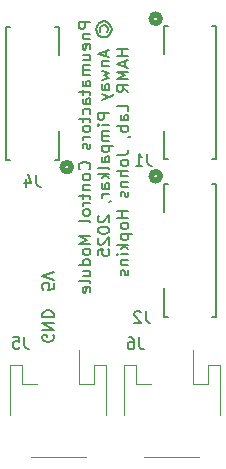
<source format=gbr>
%TF.GenerationSoftware,KiCad,Pcbnew,9.0.1*%
%TF.CreationDate,2025-05-22T11:03:56-04:00*%
%TF.ProjectId,Pneumatactors_1Xiao_PiezoPumps_2Valves,506e6575-6d61-4746-9163-746f72735f31,rev?*%
%TF.SameCoordinates,Original*%
%TF.FileFunction,Legend,Bot*%
%TF.FilePolarity,Positive*%
%FSLAX46Y46*%
G04 Gerber Fmt 4.6, Leading zero omitted, Abs format (unit mm)*
G04 Created by KiCad (PCBNEW 9.0.1) date 2025-05-22 11:03:56*
%MOMM*%
%LPD*%
G01*
G04 APERTURE LIST*
%ADD10C,0.150000*%
%ADD11C,0.200000*%
%ADD12C,0.508000*%
%ADD13C,0.152400*%
%ADD14C,0.120000*%
G04 APERTURE END LIST*
D10*
X44995180Y-61238430D02*
X44995180Y-61714620D01*
X44995180Y-61714620D02*
X44518990Y-61762239D01*
X44518990Y-61762239D02*
X44566609Y-61714620D01*
X44566609Y-61714620D02*
X44614228Y-61619382D01*
X44614228Y-61619382D02*
X44614228Y-61381287D01*
X44614228Y-61381287D02*
X44566609Y-61286049D01*
X44566609Y-61286049D02*
X44518990Y-61238430D01*
X44518990Y-61238430D02*
X44423752Y-61190811D01*
X44423752Y-61190811D02*
X44185657Y-61190811D01*
X44185657Y-61190811D02*
X44090419Y-61238430D01*
X44090419Y-61238430D02*
X44042800Y-61286049D01*
X44042800Y-61286049D02*
X43995180Y-61381287D01*
X43995180Y-61381287D02*
X43995180Y-61619382D01*
X43995180Y-61619382D02*
X44042800Y-61714620D01*
X44042800Y-61714620D02*
X44090419Y-61762239D01*
X44995180Y-60905096D02*
X43995180Y-60571763D01*
X43995180Y-60571763D02*
X44995180Y-60238430D01*
X44947561Y-65619858D02*
X44995180Y-65715096D01*
X44995180Y-65715096D02*
X44995180Y-65857953D01*
X44995180Y-65857953D02*
X44947561Y-66000810D01*
X44947561Y-66000810D02*
X44852323Y-66096048D01*
X44852323Y-66096048D02*
X44757085Y-66143667D01*
X44757085Y-66143667D02*
X44566609Y-66191286D01*
X44566609Y-66191286D02*
X44423752Y-66191286D01*
X44423752Y-66191286D02*
X44233276Y-66143667D01*
X44233276Y-66143667D02*
X44138038Y-66096048D01*
X44138038Y-66096048D02*
X44042800Y-66000810D01*
X44042800Y-66000810D02*
X43995180Y-65857953D01*
X43995180Y-65857953D02*
X43995180Y-65762715D01*
X43995180Y-65762715D02*
X44042800Y-65619858D01*
X44042800Y-65619858D02*
X44090419Y-65572239D01*
X44090419Y-65572239D02*
X44423752Y-65572239D01*
X44423752Y-65572239D02*
X44423752Y-65762715D01*
X43995180Y-65143667D02*
X44995180Y-65143667D01*
X44995180Y-65143667D02*
X43995180Y-64572239D01*
X43995180Y-64572239D02*
X44995180Y-64572239D01*
X43995180Y-64096048D02*
X44995180Y-64096048D01*
X44995180Y-64096048D02*
X44995180Y-63857953D01*
X44995180Y-63857953D02*
X44947561Y-63715096D01*
X44947561Y-63715096D02*
X44852323Y-63619858D01*
X44852323Y-63619858D02*
X44757085Y-63572239D01*
X44757085Y-63572239D02*
X44566609Y-63524620D01*
X44566609Y-63524620D02*
X44423752Y-63524620D01*
X44423752Y-63524620D02*
X44233276Y-63572239D01*
X44233276Y-63572239D02*
X44138038Y-63619858D01*
X44138038Y-63619858D02*
X44042800Y-63715096D01*
X44042800Y-63715096D02*
X43995180Y-63857953D01*
X43995180Y-63857953D02*
X43995180Y-64096048D01*
D11*
X48082331Y-39104673D02*
X47082331Y-39104673D01*
X47082331Y-39104673D02*
X47082331Y-39485625D01*
X47082331Y-39485625D02*
X47129950Y-39580863D01*
X47129950Y-39580863D02*
X47177569Y-39628482D01*
X47177569Y-39628482D02*
X47272807Y-39676101D01*
X47272807Y-39676101D02*
X47415664Y-39676101D01*
X47415664Y-39676101D02*
X47510902Y-39628482D01*
X47510902Y-39628482D02*
X47558521Y-39580863D01*
X47558521Y-39580863D02*
X47606140Y-39485625D01*
X47606140Y-39485625D02*
X47606140Y-39104673D01*
X47415664Y-40104673D02*
X48082331Y-40104673D01*
X47510902Y-40104673D02*
X47463283Y-40152292D01*
X47463283Y-40152292D02*
X47415664Y-40247530D01*
X47415664Y-40247530D02*
X47415664Y-40390387D01*
X47415664Y-40390387D02*
X47463283Y-40485625D01*
X47463283Y-40485625D02*
X47558521Y-40533244D01*
X47558521Y-40533244D02*
X48082331Y-40533244D01*
X48034712Y-41390387D02*
X48082331Y-41295149D01*
X48082331Y-41295149D02*
X48082331Y-41104673D01*
X48082331Y-41104673D02*
X48034712Y-41009435D01*
X48034712Y-41009435D02*
X47939473Y-40961816D01*
X47939473Y-40961816D02*
X47558521Y-40961816D01*
X47558521Y-40961816D02*
X47463283Y-41009435D01*
X47463283Y-41009435D02*
X47415664Y-41104673D01*
X47415664Y-41104673D02*
X47415664Y-41295149D01*
X47415664Y-41295149D02*
X47463283Y-41390387D01*
X47463283Y-41390387D02*
X47558521Y-41438006D01*
X47558521Y-41438006D02*
X47653759Y-41438006D01*
X47653759Y-41438006D02*
X47748997Y-40961816D01*
X47415664Y-42295149D02*
X48082331Y-42295149D01*
X47415664Y-41866578D02*
X47939473Y-41866578D01*
X47939473Y-41866578D02*
X48034712Y-41914197D01*
X48034712Y-41914197D02*
X48082331Y-42009435D01*
X48082331Y-42009435D02*
X48082331Y-42152292D01*
X48082331Y-42152292D02*
X48034712Y-42247530D01*
X48034712Y-42247530D02*
X47987092Y-42295149D01*
X48082331Y-42771340D02*
X47415664Y-42771340D01*
X47510902Y-42771340D02*
X47463283Y-42818959D01*
X47463283Y-42818959D02*
X47415664Y-42914197D01*
X47415664Y-42914197D02*
X47415664Y-43057054D01*
X47415664Y-43057054D02*
X47463283Y-43152292D01*
X47463283Y-43152292D02*
X47558521Y-43199911D01*
X47558521Y-43199911D02*
X48082331Y-43199911D01*
X47558521Y-43199911D02*
X47463283Y-43247530D01*
X47463283Y-43247530D02*
X47415664Y-43342768D01*
X47415664Y-43342768D02*
X47415664Y-43485625D01*
X47415664Y-43485625D02*
X47463283Y-43580864D01*
X47463283Y-43580864D02*
X47558521Y-43628483D01*
X47558521Y-43628483D02*
X48082331Y-43628483D01*
X48082331Y-44533244D02*
X47558521Y-44533244D01*
X47558521Y-44533244D02*
X47463283Y-44485625D01*
X47463283Y-44485625D02*
X47415664Y-44390387D01*
X47415664Y-44390387D02*
X47415664Y-44199911D01*
X47415664Y-44199911D02*
X47463283Y-44104673D01*
X48034712Y-44533244D02*
X48082331Y-44438006D01*
X48082331Y-44438006D02*
X48082331Y-44199911D01*
X48082331Y-44199911D02*
X48034712Y-44104673D01*
X48034712Y-44104673D02*
X47939473Y-44057054D01*
X47939473Y-44057054D02*
X47844235Y-44057054D01*
X47844235Y-44057054D02*
X47748997Y-44104673D01*
X47748997Y-44104673D02*
X47701378Y-44199911D01*
X47701378Y-44199911D02*
X47701378Y-44438006D01*
X47701378Y-44438006D02*
X47653759Y-44533244D01*
X47415664Y-44866578D02*
X47415664Y-45247530D01*
X47082331Y-45009435D02*
X47939473Y-45009435D01*
X47939473Y-45009435D02*
X48034712Y-45057054D01*
X48034712Y-45057054D02*
X48082331Y-45152292D01*
X48082331Y-45152292D02*
X48082331Y-45247530D01*
X48082331Y-46009435D02*
X47558521Y-46009435D01*
X47558521Y-46009435D02*
X47463283Y-45961816D01*
X47463283Y-45961816D02*
X47415664Y-45866578D01*
X47415664Y-45866578D02*
X47415664Y-45676102D01*
X47415664Y-45676102D02*
X47463283Y-45580864D01*
X48034712Y-46009435D02*
X48082331Y-45914197D01*
X48082331Y-45914197D02*
X48082331Y-45676102D01*
X48082331Y-45676102D02*
X48034712Y-45580864D01*
X48034712Y-45580864D02*
X47939473Y-45533245D01*
X47939473Y-45533245D02*
X47844235Y-45533245D01*
X47844235Y-45533245D02*
X47748997Y-45580864D01*
X47748997Y-45580864D02*
X47701378Y-45676102D01*
X47701378Y-45676102D02*
X47701378Y-45914197D01*
X47701378Y-45914197D02*
X47653759Y-46009435D01*
X48034712Y-46914197D02*
X48082331Y-46818959D01*
X48082331Y-46818959D02*
X48082331Y-46628483D01*
X48082331Y-46628483D02*
X48034712Y-46533245D01*
X48034712Y-46533245D02*
X47987092Y-46485626D01*
X47987092Y-46485626D02*
X47891854Y-46438007D01*
X47891854Y-46438007D02*
X47606140Y-46438007D01*
X47606140Y-46438007D02*
X47510902Y-46485626D01*
X47510902Y-46485626D02*
X47463283Y-46533245D01*
X47463283Y-46533245D02*
X47415664Y-46628483D01*
X47415664Y-46628483D02*
X47415664Y-46818959D01*
X47415664Y-46818959D02*
X47463283Y-46914197D01*
X47415664Y-47199912D02*
X47415664Y-47580864D01*
X47082331Y-47342769D02*
X47939473Y-47342769D01*
X47939473Y-47342769D02*
X48034712Y-47390388D01*
X48034712Y-47390388D02*
X48082331Y-47485626D01*
X48082331Y-47485626D02*
X48082331Y-47580864D01*
X48082331Y-48057055D02*
X48034712Y-47961817D01*
X48034712Y-47961817D02*
X47987092Y-47914198D01*
X47987092Y-47914198D02*
X47891854Y-47866579D01*
X47891854Y-47866579D02*
X47606140Y-47866579D01*
X47606140Y-47866579D02*
X47510902Y-47914198D01*
X47510902Y-47914198D02*
X47463283Y-47961817D01*
X47463283Y-47961817D02*
X47415664Y-48057055D01*
X47415664Y-48057055D02*
X47415664Y-48199912D01*
X47415664Y-48199912D02*
X47463283Y-48295150D01*
X47463283Y-48295150D02*
X47510902Y-48342769D01*
X47510902Y-48342769D02*
X47606140Y-48390388D01*
X47606140Y-48390388D02*
X47891854Y-48390388D01*
X47891854Y-48390388D02*
X47987092Y-48342769D01*
X47987092Y-48342769D02*
X48034712Y-48295150D01*
X48034712Y-48295150D02*
X48082331Y-48199912D01*
X48082331Y-48199912D02*
X48082331Y-48057055D01*
X48082331Y-48818960D02*
X47415664Y-48818960D01*
X47606140Y-48818960D02*
X47510902Y-48866579D01*
X47510902Y-48866579D02*
X47463283Y-48914198D01*
X47463283Y-48914198D02*
X47415664Y-49009436D01*
X47415664Y-49009436D02*
X47415664Y-49104674D01*
X48034712Y-49390389D02*
X48082331Y-49485627D01*
X48082331Y-49485627D02*
X48082331Y-49676103D01*
X48082331Y-49676103D02*
X48034712Y-49771341D01*
X48034712Y-49771341D02*
X47939473Y-49818960D01*
X47939473Y-49818960D02*
X47891854Y-49818960D01*
X47891854Y-49818960D02*
X47796616Y-49771341D01*
X47796616Y-49771341D02*
X47748997Y-49676103D01*
X47748997Y-49676103D02*
X47748997Y-49533246D01*
X47748997Y-49533246D02*
X47701378Y-49438008D01*
X47701378Y-49438008D02*
X47606140Y-49390389D01*
X47606140Y-49390389D02*
X47558521Y-49390389D01*
X47558521Y-49390389D02*
X47463283Y-49438008D01*
X47463283Y-49438008D02*
X47415664Y-49533246D01*
X47415664Y-49533246D02*
X47415664Y-49676103D01*
X47415664Y-49676103D02*
X47463283Y-49771341D01*
X47987092Y-51580865D02*
X48034712Y-51533246D01*
X48034712Y-51533246D02*
X48082331Y-51390389D01*
X48082331Y-51390389D02*
X48082331Y-51295151D01*
X48082331Y-51295151D02*
X48034712Y-51152294D01*
X48034712Y-51152294D02*
X47939473Y-51057056D01*
X47939473Y-51057056D02*
X47844235Y-51009437D01*
X47844235Y-51009437D02*
X47653759Y-50961818D01*
X47653759Y-50961818D02*
X47510902Y-50961818D01*
X47510902Y-50961818D02*
X47320426Y-51009437D01*
X47320426Y-51009437D02*
X47225188Y-51057056D01*
X47225188Y-51057056D02*
X47129950Y-51152294D01*
X47129950Y-51152294D02*
X47082331Y-51295151D01*
X47082331Y-51295151D02*
X47082331Y-51390389D01*
X47082331Y-51390389D02*
X47129950Y-51533246D01*
X47129950Y-51533246D02*
X47177569Y-51580865D01*
X48082331Y-52152294D02*
X48034712Y-52057056D01*
X48034712Y-52057056D02*
X47987092Y-52009437D01*
X47987092Y-52009437D02*
X47891854Y-51961818D01*
X47891854Y-51961818D02*
X47606140Y-51961818D01*
X47606140Y-51961818D02*
X47510902Y-52009437D01*
X47510902Y-52009437D02*
X47463283Y-52057056D01*
X47463283Y-52057056D02*
X47415664Y-52152294D01*
X47415664Y-52152294D02*
X47415664Y-52295151D01*
X47415664Y-52295151D02*
X47463283Y-52390389D01*
X47463283Y-52390389D02*
X47510902Y-52438008D01*
X47510902Y-52438008D02*
X47606140Y-52485627D01*
X47606140Y-52485627D02*
X47891854Y-52485627D01*
X47891854Y-52485627D02*
X47987092Y-52438008D01*
X47987092Y-52438008D02*
X48034712Y-52390389D01*
X48034712Y-52390389D02*
X48082331Y-52295151D01*
X48082331Y-52295151D02*
X48082331Y-52152294D01*
X47415664Y-52914199D02*
X48082331Y-52914199D01*
X47510902Y-52914199D02*
X47463283Y-52961818D01*
X47463283Y-52961818D02*
X47415664Y-53057056D01*
X47415664Y-53057056D02*
X47415664Y-53199913D01*
X47415664Y-53199913D02*
X47463283Y-53295151D01*
X47463283Y-53295151D02*
X47558521Y-53342770D01*
X47558521Y-53342770D02*
X48082331Y-53342770D01*
X47415664Y-53676104D02*
X47415664Y-54057056D01*
X47082331Y-53818961D02*
X47939473Y-53818961D01*
X47939473Y-53818961D02*
X48034712Y-53866580D01*
X48034712Y-53866580D02*
X48082331Y-53961818D01*
X48082331Y-53961818D02*
X48082331Y-54057056D01*
X48082331Y-54390390D02*
X47415664Y-54390390D01*
X47606140Y-54390390D02*
X47510902Y-54438009D01*
X47510902Y-54438009D02*
X47463283Y-54485628D01*
X47463283Y-54485628D02*
X47415664Y-54580866D01*
X47415664Y-54580866D02*
X47415664Y-54676104D01*
X48082331Y-55152295D02*
X48034712Y-55057057D01*
X48034712Y-55057057D02*
X47987092Y-55009438D01*
X47987092Y-55009438D02*
X47891854Y-54961819D01*
X47891854Y-54961819D02*
X47606140Y-54961819D01*
X47606140Y-54961819D02*
X47510902Y-55009438D01*
X47510902Y-55009438D02*
X47463283Y-55057057D01*
X47463283Y-55057057D02*
X47415664Y-55152295D01*
X47415664Y-55152295D02*
X47415664Y-55295152D01*
X47415664Y-55295152D02*
X47463283Y-55390390D01*
X47463283Y-55390390D02*
X47510902Y-55438009D01*
X47510902Y-55438009D02*
X47606140Y-55485628D01*
X47606140Y-55485628D02*
X47891854Y-55485628D01*
X47891854Y-55485628D02*
X47987092Y-55438009D01*
X47987092Y-55438009D02*
X48034712Y-55390390D01*
X48034712Y-55390390D02*
X48082331Y-55295152D01*
X48082331Y-55295152D02*
X48082331Y-55152295D01*
X48082331Y-56057057D02*
X48034712Y-55961819D01*
X48034712Y-55961819D02*
X47939473Y-55914200D01*
X47939473Y-55914200D02*
X47082331Y-55914200D01*
X48082331Y-57199915D02*
X47082331Y-57199915D01*
X47082331Y-57199915D02*
X47796616Y-57533248D01*
X47796616Y-57533248D02*
X47082331Y-57866581D01*
X47082331Y-57866581D02*
X48082331Y-57866581D01*
X48082331Y-58485629D02*
X48034712Y-58390391D01*
X48034712Y-58390391D02*
X47987092Y-58342772D01*
X47987092Y-58342772D02*
X47891854Y-58295153D01*
X47891854Y-58295153D02*
X47606140Y-58295153D01*
X47606140Y-58295153D02*
X47510902Y-58342772D01*
X47510902Y-58342772D02*
X47463283Y-58390391D01*
X47463283Y-58390391D02*
X47415664Y-58485629D01*
X47415664Y-58485629D02*
X47415664Y-58628486D01*
X47415664Y-58628486D02*
X47463283Y-58723724D01*
X47463283Y-58723724D02*
X47510902Y-58771343D01*
X47510902Y-58771343D02*
X47606140Y-58818962D01*
X47606140Y-58818962D02*
X47891854Y-58818962D01*
X47891854Y-58818962D02*
X47987092Y-58771343D01*
X47987092Y-58771343D02*
X48034712Y-58723724D01*
X48034712Y-58723724D02*
X48082331Y-58628486D01*
X48082331Y-58628486D02*
X48082331Y-58485629D01*
X48082331Y-59676105D02*
X47082331Y-59676105D01*
X48034712Y-59676105D02*
X48082331Y-59580867D01*
X48082331Y-59580867D02*
X48082331Y-59390391D01*
X48082331Y-59390391D02*
X48034712Y-59295153D01*
X48034712Y-59295153D02*
X47987092Y-59247534D01*
X47987092Y-59247534D02*
X47891854Y-59199915D01*
X47891854Y-59199915D02*
X47606140Y-59199915D01*
X47606140Y-59199915D02*
X47510902Y-59247534D01*
X47510902Y-59247534D02*
X47463283Y-59295153D01*
X47463283Y-59295153D02*
X47415664Y-59390391D01*
X47415664Y-59390391D02*
X47415664Y-59580867D01*
X47415664Y-59580867D02*
X47463283Y-59676105D01*
X47415664Y-60580867D02*
X48082331Y-60580867D01*
X47415664Y-60152296D02*
X47939473Y-60152296D01*
X47939473Y-60152296D02*
X48034712Y-60199915D01*
X48034712Y-60199915D02*
X48082331Y-60295153D01*
X48082331Y-60295153D02*
X48082331Y-60438010D01*
X48082331Y-60438010D02*
X48034712Y-60533248D01*
X48034712Y-60533248D02*
X47987092Y-60580867D01*
X48082331Y-61199915D02*
X48034712Y-61104677D01*
X48034712Y-61104677D02*
X47939473Y-61057058D01*
X47939473Y-61057058D02*
X47082331Y-61057058D01*
X48034712Y-61961820D02*
X48082331Y-61866582D01*
X48082331Y-61866582D02*
X48082331Y-61676106D01*
X48082331Y-61676106D02*
X48034712Y-61580868D01*
X48034712Y-61580868D02*
X47939473Y-61533249D01*
X47939473Y-61533249D02*
X47558521Y-61533249D01*
X47558521Y-61533249D02*
X47463283Y-61580868D01*
X47463283Y-61580868D02*
X47415664Y-61676106D01*
X47415664Y-61676106D02*
X47415664Y-61866582D01*
X47415664Y-61866582D02*
X47463283Y-61961820D01*
X47463283Y-61961820D02*
X47558521Y-62009439D01*
X47558521Y-62009439D02*
X47653759Y-62009439D01*
X47653759Y-62009439D02*
X47748997Y-61533249D01*
X48930370Y-39914197D02*
X48882751Y-39818958D01*
X48882751Y-39818958D02*
X48882751Y-39628482D01*
X48882751Y-39628482D02*
X48930370Y-39533244D01*
X48930370Y-39533244D02*
X49025608Y-39438006D01*
X49025608Y-39438006D02*
X49120846Y-39390387D01*
X49120846Y-39390387D02*
X49311322Y-39390387D01*
X49311322Y-39390387D02*
X49406560Y-39438006D01*
X49406560Y-39438006D02*
X49501798Y-39533244D01*
X49501798Y-39533244D02*
X49549417Y-39628482D01*
X49549417Y-39628482D02*
X49549417Y-39818958D01*
X49549417Y-39818958D02*
X49501798Y-39914197D01*
X48549417Y-39723720D02*
X48597036Y-39485625D01*
X48597036Y-39485625D02*
X48739894Y-39247530D01*
X48739894Y-39247530D02*
X48977989Y-39104673D01*
X48977989Y-39104673D02*
X49216084Y-39057054D01*
X49216084Y-39057054D02*
X49454179Y-39104673D01*
X49454179Y-39104673D02*
X49692275Y-39247530D01*
X49692275Y-39247530D02*
X49835132Y-39485625D01*
X49835132Y-39485625D02*
X49882751Y-39723720D01*
X49882751Y-39723720D02*
X49835132Y-39961816D01*
X49835132Y-39961816D02*
X49692275Y-40199911D01*
X49692275Y-40199911D02*
X49454179Y-40342768D01*
X49454179Y-40342768D02*
X49216084Y-40390387D01*
X49216084Y-40390387D02*
X48977989Y-40342768D01*
X48977989Y-40342768D02*
X48739894Y-40199911D01*
X48739894Y-40199911D02*
X48597036Y-39961816D01*
X48597036Y-39961816D02*
X48549417Y-39723720D01*
X49406560Y-41533245D02*
X49406560Y-42009435D01*
X49692275Y-41438007D02*
X48692275Y-41771340D01*
X48692275Y-41771340D02*
X49692275Y-42104673D01*
X49025608Y-42438007D02*
X49692275Y-42438007D01*
X49120846Y-42438007D02*
X49073227Y-42485626D01*
X49073227Y-42485626D02*
X49025608Y-42580864D01*
X49025608Y-42580864D02*
X49025608Y-42723721D01*
X49025608Y-42723721D02*
X49073227Y-42818959D01*
X49073227Y-42818959D02*
X49168465Y-42866578D01*
X49168465Y-42866578D02*
X49692275Y-42866578D01*
X49025608Y-43247531D02*
X49692275Y-43438007D01*
X49692275Y-43438007D02*
X49216084Y-43628483D01*
X49216084Y-43628483D02*
X49692275Y-43818959D01*
X49692275Y-43818959D02*
X49025608Y-44009435D01*
X49692275Y-44818959D02*
X49168465Y-44818959D01*
X49168465Y-44818959D02*
X49073227Y-44771340D01*
X49073227Y-44771340D02*
X49025608Y-44676102D01*
X49025608Y-44676102D02*
X49025608Y-44485626D01*
X49025608Y-44485626D02*
X49073227Y-44390388D01*
X49644656Y-44818959D02*
X49692275Y-44723721D01*
X49692275Y-44723721D02*
X49692275Y-44485626D01*
X49692275Y-44485626D02*
X49644656Y-44390388D01*
X49644656Y-44390388D02*
X49549417Y-44342769D01*
X49549417Y-44342769D02*
X49454179Y-44342769D01*
X49454179Y-44342769D02*
X49358941Y-44390388D01*
X49358941Y-44390388D02*
X49311322Y-44485626D01*
X49311322Y-44485626D02*
X49311322Y-44723721D01*
X49311322Y-44723721D02*
X49263703Y-44818959D01*
X49025608Y-45199912D02*
X49692275Y-45438007D01*
X49025608Y-45676102D02*
X49692275Y-45438007D01*
X49692275Y-45438007D02*
X49930370Y-45342769D01*
X49930370Y-45342769D02*
X49977989Y-45295150D01*
X49977989Y-45295150D02*
X50025608Y-45199912D01*
X49692275Y-46818960D02*
X48692275Y-46818960D01*
X48692275Y-46818960D02*
X48692275Y-47199912D01*
X48692275Y-47199912D02*
X48739894Y-47295150D01*
X48739894Y-47295150D02*
X48787513Y-47342769D01*
X48787513Y-47342769D02*
X48882751Y-47390388D01*
X48882751Y-47390388D02*
X49025608Y-47390388D01*
X49025608Y-47390388D02*
X49120846Y-47342769D01*
X49120846Y-47342769D02*
X49168465Y-47295150D01*
X49168465Y-47295150D02*
X49216084Y-47199912D01*
X49216084Y-47199912D02*
X49216084Y-46818960D01*
X49692275Y-47818960D02*
X49025608Y-47818960D01*
X48692275Y-47818960D02*
X48739894Y-47771341D01*
X48739894Y-47771341D02*
X48787513Y-47818960D01*
X48787513Y-47818960D02*
X48739894Y-47866579D01*
X48739894Y-47866579D02*
X48692275Y-47818960D01*
X48692275Y-47818960D02*
X48787513Y-47818960D01*
X49692275Y-48295150D02*
X49025608Y-48295150D01*
X49120846Y-48295150D02*
X49073227Y-48342769D01*
X49073227Y-48342769D02*
X49025608Y-48438007D01*
X49025608Y-48438007D02*
X49025608Y-48580864D01*
X49025608Y-48580864D02*
X49073227Y-48676102D01*
X49073227Y-48676102D02*
X49168465Y-48723721D01*
X49168465Y-48723721D02*
X49692275Y-48723721D01*
X49168465Y-48723721D02*
X49073227Y-48771340D01*
X49073227Y-48771340D02*
X49025608Y-48866578D01*
X49025608Y-48866578D02*
X49025608Y-49009435D01*
X49025608Y-49009435D02*
X49073227Y-49104674D01*
X49073227Y-49104674D02*
X49168465Y-49152293D01*
X49168465Y-49152293D02*
X49692275Y-49152293D01*
X49025608Y-49628483D02*
X50025608Y-49628483D01*
X49073227Y-49628483D02*
X49025608Y-49723721D01*
X49025608Y-49723721D02*
X49025608Y-49914197D01*
X49025608Y-49914197D02*
X49073227Y-50009435D01*
X49073227Y-50009435D02*
X49120846Y-50057054D01*
X49120846Y-50057054D02*
X49216084Y-50104673D01*
X49216084Y-50104673D02*
X49501798Y-50104673D01*
X49501798Y-50104673D02*
X49597036Y-50057054D01*
X49597036Y-50057054D02*
X49644656Y-50009435D01*
X49644656Y-50009435D02*
X49692275Y-49914197D01*
X49692275Y-49914197D02*
X49692275Y-49723721D01*
X49692275Y-49723721D02*
X49644656Y-49628483D01*
X49692275Y-50961816D02*
X49168465Y-50961816D01*
X49168465Y-50961816D02*
X49073227Y-50914197D01*
X49073227Y-50914197D02*
X49025608Y-50818959D01*
X49025608Y-50818959D02*
X49025608Y-50628483D01*
X49025608Y-50628483D02*
X49073227Y-50533245D01*
X49644656Y-50961816D02*
X49692275Y-50866578D01*
X49692275Y-50866578D02*
X49692275Y-50628483D01*
X49692275Y-50628483D02*
X49644656Y-50533245D01*
X49644656Y-50533245D02*
X49549417Y-50485626D01*
X49549417Y-50485626D02*
X49454179Y-50485626D01*
X49454179Y-50485626D02*
X49358941Y-50533245D01*
X49358941Y-50533245D02*
X49311322Y-50628483D01*
X49311322Y-50628483D02*
X49311322Y-50866578D01*
X49311322Y-50866578D02*
X49263703Y-50961816D01*
X49692275Y-51580864D02*
X49644656Y-51485626D01*
X49644656Y-51485626D02*
X49549417Y-51438007D01*
X49549417Y-51438007D02*
X48692275Y-51438007D01*
X49692275Y-51961817D02*
X48692275Y-51961817D01*
X49311322Y-52057055D02*
X49692275Y-52342769D01*
X49025608Y-52342769D02*
X49406560Y-51961817D01*
X49692275Y-53199912D02*
X49168465Y-53199912D01*
X49168465Y-53199912D02*
X49073227Y-53152293D01*
X49073227Y-53152293D02*
X49025608Y-53057055D01*
X49025608Y-53057055D02*
X49025608Y-52866579D01*
X49025608Y-52866579D02*
X49073227Y-52771341D01*
X49644656Y-53199912D02*
X49692275Y-53104674D01*
X49692275Y-53104674D02*
X49692275Y-52866579D01*
X49692275Y-52866579D02*
X49644656Y-52771341D01*
X49644656Y-52771341D02*
X49549417Y-52723722D01*
X49549417Y-52723722D02*
X49454179Y-52723722D01*
X49454179Y-52723722D02*
X49358941Y-52771341D01*
X49358941Y-52771341D02*
X49311322Y-52866579D01*
X49311322Y-52866579D02*
X49311322Y-53104674D01*
X49311322Y-53104674D02*
X49263703Y-53199912D01*
X49692275Y-53676103D02*
X49025608Y-53676103D01*
X49216084Y-53676103D02*
X49120846Y-53723722D01*
X49120846Y-53723722D02*
X49073227Y-53771341D01*
X49073227Y-53771341D02*
X49025608Y-53866579D01*
X49025608Y-53866579D02*
X49025608Y-53961817D01*
X49644656Y-54342770D02*
X49692275Y-54342770D01*
X49692275Y-54342770D02*
X49787513Y-54295151D01*
X49787513Y-54295151D02*
X49835132Y-54247532D01*
X48787513Y-55485627D02*
X48739894Y-55533246D01*
X48739894Y-55533246D02*
X48692275Y-55628484D01*
X48692275Y-55628484D02*
X48692275Y-55866579D01*
X48692275Y-55866579D02*
X48739894Y-55961817D01*
X48739894Y-55961817D02*
X48787513Y-56009436D01*
X48787513Y-56009436D02*
X48882751Y-56057055D01*
X48882751Y-56057055D02*
X48977989Y-56057055D01*
X48977989Y-56057055D02*
X49120846Y-56009436D01*
X49120846Y-56009436D02*
X49692275Y-55438008D01*
X49692275Y-55438008D02*
X49692275Y-56057055D01*
X48692275Y-56676103D02*
X48692275Y-56771341D01*
X48692275Y-56771341D02*
X48739894Y-56866579D01*
X48739894Y-56866579D02*
X48787513Y-56914198D01*
X48787513Y-56914198D02*
X48882751Y-56961817D01*
X48882751Y-56961817D02*
X49073227Y-57009436D01*
X49073227Y-57009436D02*
X49311322Y-57009436D01*
X49311322Y-57009436D02*
X49501798Y-56961817D01*
X49501798Y-56961817D02*
X49597036Y-56914198D01*
X49597036Y-56914198D02*
X49644656Y-56866579D01*
X49644656Y-56866579D02*
X49692275Y-56771341D01*
X49692275Y-56771341D02*
X49692275Y-56676103D01*
X49692275Y-56676103D02*
X49644656Y-56580865D01*
X49644656Y-56580865D02*
X49597036Y-56533246D01*
X49597036Y-56533246D02*
X49501798Y-56485627D01*
X49501798Y-56485627D02*
X49311322Y-56438008D01*
X49311322Y-56438008D02*
X49073227Y-56438008D01*
X49073227Y-56438008D02*
X48882751Y-56485627D01*
X48882751Y-56485627D02*
X48787513Y-56533246D01*
X48787513Y-56533246D02*
X48739894Y-56580865D01*
X48739894Y-56580865D02*
X48692275Y-56676103D01*
X48787513Y-57390389D02*
X48739894Y-57438008D01*
X48739894Y-57438008D02*
X48692275Y-57533246D01*
X48692275Y-57533246D02*
X48692275Y-57771341D01*
X48692275Y-57771341D02*
X48739894Y-57866579D01*
X48739894Y-57866579D02*
X48787513Y-57914198D01*
X48787513Y-57914198D02*
X48882751Y-57961817D01*
X48882751Y-57961817D02*
X48977989Y-57961817D01*
X48977989Y-57961817D02*
X49120846Y-57914198D01*
X49120846Y-57914198D02*
X49692275Y-57342770D01*
X49692275Y-57342770D02*
X49692275Y-57961817D01*
X48692275Y-58866579D02*
X48692275Y-58390389D01*
X48692275Y-58390389D02*
X49168465Y-58342770D01*
X49168465Y-58342770D02*
X49120846Y-58390389D01*
X49120846Y-58390389D02*
X49073227Y-58485627D01*
X49073227Y-58485627D02*
X49073227Y-58723722D01*
X49073227Y-58723722D02*
X49120846Y-58818960D01*
X49120846Y-58818960D02*
X49168465Y-58866579D01*
X49168465Y-58866579D02*
X49263703Y-58914198D01*
X49263703Y-58914198D02*
X49501798Y-58914198D01*
X49501798Y-58914198D02*
X49597036Y-58866579D01*
X49597036Y-58866579D02*
X49644656Y-58818960D01*
X49644656Y-58818960D02*
X49692275Y-58723722D01*
X49692275Y-58723722D02*
X49692275Y-58485627D01*
X49692275Y-58485627D02*
X49644656Y-58390389D01*
X49644656Y-58390389D02*
X49597036Y-58342770D01*
X51302219Y-41390388D02*
X50302219Y-41390388D01*
X50778409Y-41390388D02*
X50778409Y-41961816D01*
X51302219Y-41961816D02*
X50302219Y-41961816D01*
X51016504Y-42390388D02*
X51016504Y-42866578D01*
X51302219Y-42295150D02*
X50302219Y-42628483D01*
X50302219Y-42628483D02*
X51302219Y-42961816D01*
X51302219Y-43295150D02*
X50302219Y-43295150D01*
X50302219Y-43295150D02*
X51016504Y-43628483D01*
X51016504Y-43628483D02*
X50302219Y-43961816D01*
X50302219Y-43961816D02*
X51302219Y-43961816D01*
X51302219Y-45009435D02*
X50826028Y-44676102D01*
X51302219Y-44438007D02*
X50302219Y-44438007D01*
X50302219Y-44438007D02*
X50302219Y-44818959D01*
X50302219Y-44818959D02*
X50349838Y-44914197D01*
X50349838Y-44914197D02*
X50397457Y-44961816D01*
X50397457Y-44961816D02*
X50492695Y-45009435D01*
X50492695Y-45009435D02*
X50635552Y-45009435D01*
X50635552Y-45009435D02*
X50730790Y-44961816D01*
X50730790Y-44961816D02*
X50778409Y-44914197D01*
X50778409Y-44914197D02*
X50826028Y-44818959D01*
X50826028Y-44818959D02*
X50826028Y-44438007D01*
X51302219Y-46676102D02*
X51302219Y-46199912D01*
X51302219Y-46199912D02*
X50302219Y-46199912D01*
X51302219Y-47438007D02*
X50778409Y-47438007D01*
X50778409Y-47438007D02*
X50683171Y-47390388D01*
X50683171Y-47390388D02*
X50635552Y-47295150D01*
X50635552Y-47295150D02*
X50635552Y-47104674D01*
X50635552Y-47104674D02*
X50683171Y-47009436D01*
X51254600Y-47438007D02*
X51302219Y-47342769D01*
X51302219Y-47342769D02*
X51302219Y-47104674D01*
X51302219Y-47104674D02*
X51254600Y-47009436D01*
X51254600Y-47009436D02*
X51159361Y-46961817D01*
X51159361Y-46961817D02*
X51064123Y-46961817D01*
X51064123Y-46961817D02*
X50968885Y-47009436D01*
X50968885Y-47009436D02*
X50921266Y-47104674D01*
X50921266Y-47104674D02*
X50921266Y-47342769D01*
X50921266Y-47342769D02*
X50873647Y-47438007D01*
X51302219Y-47914198D02*
X50302219Y-47914198D01*
X50683171Y-47914198D02*
X50635552Y-48009436D01*
X50635552Y-48009436D02*
X50635552Y-48199912D01*
X50635552Y-48199912D02*
X50683171Y-48295150D01*
X50683171Y-48295150D02*
X50730790Y-48342769D01*
X50730790Y-48342769D02*
X50826028Y-48390388D01*
X50826028Y-48390388D02*
X51111742Y-48390388D01*
X51111742Y-48390388D02*
X51206980Y-48342769D01*
X51206980Y-48342769D02*
X51254600Y-48295150D01*
X51254600Y-48295150D02*
X51302219Y-48199912D01*
X51302219Y-48199912D02*
X51302219Y-48009436D01*
X51302219Y-48009436D02*
X51254600Y-47914198D01*
X51254600Y-48866579D02*
X51302219Y-48866579D01*
X51302219Y-48866579D02*
X51397457Y-48818960D01*
X51397457Y-48818960D02*
X51445076Y-48771341D01*
X50302219Y-50342769D02*
X51016504Y-50342769D01*
X51016504Y-50342769D02*
X51159361Y-50295150D01*
X51159361Y-50295150D02*
X51254600Y-50199912D01*
X51254600Y-50199912D02*
X51302219Y-50057055D01*
X51302219Y-50057055D02*
X51302219Y-49961817D01*
X51302219Y-50961817D02*
X51254600Y-50866579D01*
X51254600Y-50866579D02*
X51206980Y-50818960D01*
X51206980Y-50818960D02*
X51111742Y-50771341D01*
X51111742Y-50771341D02*
X50826028Y-50771341D01*
X50826028Y-50771341D02*
X50730790Y-50818960D01*
X50730790Y-50818960D02*
X50683171Y-50866579D01*
X50683171Y-50866579D02*
X50635552Y-50961817D01*
X50635552Y-50961817D02*
X50635552Y-51104674D01*
X50635552Y-51104674D02*
X50683171Y-51199912D01*
X50683171Y-51199912D02*
X50730790Y-51247531D01*
X50730790Y-51247531D02*
X50826028Y-51295150D01*
X50826028Y-51295150D02*
X51111742Y-51295150D01*
X51111742Y-51295150D02*
X51206980Y-51247531D01*
X51206980Y-51247531D02*
X51254600Y-51199912D01*
X51254600Y-51199912D02*
X51302219Y-51104674D01*
X51302219Y-51104674D02*
X51302219Y-50961817D01*
X51302219Y-51723722D02*
X50302219Y-51723722D01*
X51302219Y-52152293D02*
X50778409Y-52152293D01*
X50778409Y-52152293D02*
X50683171Y-52104674D01*
X50683171Y-52104674D02*
X50635552Y-52009436D01*
X50635552Y-52009436D02*
X50635552Y-51866579D01*
X50635552Y-51866579D02*
X50683171Y-51771341D01*
X50683171Y-51771341D02*
X50730790Y-51723722D01*
X50635552Y-52628484D02*
X51302219Y-52628484D01*
X50730790Y-52628484D02*
X50683171Y-52676103D01*
X50683171Y-52676103D02*
X50635552Y-52771341D01*
X50635552Y-52771341D02*
X50635552Y-52914198D01*
X50635552Y-52914198D02*
X50683171Y-53009436D01*
X50683171Y-53009436D02*
X50778409Y-53057055D01*
X50778409Y-53057055D02*
X51302219Y-53057055D01*
X51254600Y-53485627D02*
X51302219Y-53580865D01*
X51302219Y-53580865D02*
X51302219Y-53771341D01*
X51302219Y-53771341D02*
X51254600Y-53866579D01*
X51254600Y-53866579D02*
X51159361Y-53914198D01*
X51159361Y-53914198D02*
X51111742Y-53914198D01*
X51111742Y-53914198D02*
X51016504Y-53866579D01*
X51016504Y-53866579D02*
X50968885Y-53771341D01*
X50968885Y-53771341D02*
X50968885Y-53628484D01*
X50968885Y-53628484D02*
X50921266Y-53533246D01*
X50921266Y-53533246D02*
X50826028Y-53485627D01*
X50826028Y-53485627D02*
X50778409Y-53485627D01*
X50778409Y-53485627D02*
X50683171Y-53533246D01*
X50683171Y-53533246D02*
X50635552Y-53628484D01*
X50635552Y-53628484D02*
X50635552Y-53771341D01*
X50635552Y-53771341D02*
X50683171Y-53866579D01*
X51302219Y-55104675D02*
X50302219Y-55104675D01*
X50778409Y-55104675D02*
X50778409Y-55676103D01*
X51302219Y-55676103D02*
X50302219Y-55676103D01*
X51302219Y-56295151D02*
X51254600Y-56199913D01*
X51254600Y-56199913D02*
X51206980Y-56152294D01*
X51206980Y-56152294D02*
X51111742Y-56104675D01*
X51111742Y-56104675D02*
X50826028Y-56104675D01*
X50826028Y-56104675D02*
X50730790Y-56152294D01*
X50730790Y-56152294D02*
X50683171Y-56199913D01*
X50683171Y-56199913D02*
X50635552Y-56295151D01*
X50635552Y-56295151D02*
X50635552Y-56438008D01*
X50635552Y-56438008D02*
X50683171Y-56533246D01*
X50683171Y-56533246D02*
X50730790Y-56580865D01*
X50730790Y-56580865D02*
X50826028Y-56628484D01*
X50826028Y-56628484D02*
X51111742Y-56628484D01*
X51111742Y-56628484D02*
X51206980Y-56580865D01*
X51206980Y-56580865D02*
X51254600Y-56533246D01*
X51254600Y-56533246D02*
X51302219Y-56438008D01*
X51302219Y-56438008D02*
X51302219Y-56295151D01*
X50635552Y-57057056D02*
X51635552Y-57057056D01*
X50683171Y-57057056D02*
X50635552Y-57152294D01*
X50635552Y-57152294D02*
X50635552Y-57342770D01*
X50635552Y-57342770D02*
X50683171Y-57438008D01*
X50683171Y-57438008D02*
X50730790Y-57485627D01*
X50730790Y-57485627D02*
X50826028Y-57533246D01*
X50826028Y-57533246D02*
X51111742Y-57533246D01*
X51111742Y-57533246D02*
X51206980Y-57485627D01*
X51206980Y-57485627D02*
X51254600Y-57438008D01*
X51254600Y-57438008D02*
X51302219Y-57342770D01*
X51302219Y-57342770D02*
X51302219Y-57152294D01*
X51302219Y-57152294D02*
X51254600Y-57057056D01*
X51302219Y-57961818D02*
X50302219Y-57961818D01*
X50921266Y-58057056D02*
X51302219Y-58342770D01*
X50635552Y-58342770D02*
X51016504Y-57961818D01*
X51302219Y-58771342D02*
X50635552Y-58771342D01*
X50302219Y-58771342D02*
X50349838Y-58723723D01*
X50349838Y-58723723D02*
X50397457Y-58771342D01*
X50397457Y-58771342D02*
X50349838Y-58818961D01*
X50349838Y-58818961D02*
X50302219Y-58771342D01*
X50302219Y-58771342D02*
X50397457Y-58771342D01*
X50635552Y-59247532D02*
X51302219Y-59247532D01*
X50730790Y-59247532D02*
X50683171Y-59295151D01*
X50683171Y-59295151D02*
X50635552Y-59390389D01*
X50635552Y-59390389D02*
X50635552Y-59533246D01*
X50635552Y-59533246D02*
X50683171Y-59628484D01*
X50683171Y-59628484D02*
X50778409Y-59676103D01*
X50778409Y-59676103D02*
X51302219Y-59676103D01*
X51254600Y-60104675D02*
X51302219Y-60199913D01*
X51302219Y-60199913D02*
X51302219Y-60390389D01*
X51302219Y-60390389D02*
X51254600Y-60485627D01*
X51254600Y-60485627D02*
X51159361Y-60533246D01*
X51159361Y-60533246D02*
X51111742Y-60533246D01*
X51111742Y-60533246D02*
X51016504Y-60485627D01*
X51016504Y-60485627D02*
X50968885Y-60390389D01*
X50968885Y-60390389D02*
X50968885Y-60247532D01*
X50968885Y-60247532D02*
X50921266Y-60152294D01*
X50921266Y-60152294D02*
X50826028Y-60104675D01*
X50826028Y-60104675D02*
X50778409Y-60104675D01*
X50778409Y-60104675D02*
X50683171Y-60152294D01*
X50683171Y-60152294D02*
X50635552Y-60247532D01*
X50635552Y-60247532D02*
X50635552Y-60390389D01*
X50635552Y-60390389D02*
X50683171Y-60485627D01*
D10*
X43496833Y-52032819D02*
X43496833Y-52747104D01*
X43496833Y-52747104D02*
X43544452Y-52889961D01*
X43544452Y-52889961D02*
X43639690Y-52985200D01*
X43639690Y-52985200D02*
X43782547Y-53032819D01*
X43782547Y-53032819D02*
X43877785Y-53032819D01*
X42592071Y-52366152D02*
X42592071Y-53032819D01*
X42830166Y-51985200D02*
X43068261Y-52699485D01*
X43068261Y-52699485D02*
X42449214Y-52699485D01*
X52228333Y-65804819D02*
X52228333Y-66519104D01*
X52228333Y-66519104D02*
X52275952Y-66661961D01*
X52275952Y-66661961D02*
X52371190Y-66757200D01*
X52371190Y-66757200D02*
X52514047Y-66804819D01*
X52514047Y-66804819D02*
X52609285Y-66804819D01*
X51323571Y-65804819D02*
X51514047Y-65804819D01*
X51514047Y-65804819D02*
X51609285Y-65852438D01*
X51609285Y-65852438D02*
X51656904Y-65900057D01*
X51656904Y-65900057D02*
X51752142Y-66042914D01*
X51752142Y-66042914D02*
X51799761Y-66233390D01*
X51799761Y-66233390D02*
X51799761Y-66614342D01*
X51799761Y-66614342D02*
X51752142Y-66709580D01*
X51752142Y-66709580D02*
X51704523Y-66757200D01*
X51704523Y-66757200D02*
X51609285Y-66804819D01*
X51609285Y-66804819D02*
X51418809Y-66804819D01*
X51418809Y-66804819D02*
X51323571Y-66757200D01*
X51323571Y-66757200D02*
X51275952Y-66709580D01*
X51275952Y-66709580D02*
X51228333Y-66614342D01*
X51228333Y-66614342D02*
X51228333Y-66376247D01*
X51228333Y-66376247D02*
X51275952Y-66281009D01*
X51275952Y-66281009D02*
X51323571Y-66233390D01*
X51323571Y-66233390D02*
X51418809Y-66185771D01*
X51418809Y-66185771D02*
X51609285Y-66185771D01*
X51609285Y-66185771D02*
X51704523Y-66233390D01*
X51704523Y-66233390D02*
X51752142Y-66281009D01*
X51752142Y-66281009D02*
X51799761Y-66376247D01*
X52911333Y-50254819D02*
X52911333Y-50969104D01*
X52911333Y-50969104D02*
X52958952Y-51111961D01*
X52958952Y-51111961D02*
X53054190Y-51207200D01*
X53054190Y-51207200D02*
X53197047Y-51254819D01*
X53197047Y-51254819D02*
X53292285Y-51254819D01*
X51911333Y-51254819D02*
X52482761Y-51254819D01*
X52197047Y-51254819D02*
X52197047Y-50254819D01*
X52197047Y-50254819D02*
X52292285Y-50397676D01*
X52292285Y-50397676D02*
X52387523Y-50492914D01*
X52387523Y-50492914D02*
X52482761Y-50540533D01*
X42497333Y-65748819D02*
X42497333Y-66463104D01*
X42497333Y-66463104D02*
X42544952Y-66605961D01*
X42544952Y-66605961D02*
X42640190Y-66701200D01*
X42640190Y-66701200D02*
X42783047Y-66748819D01*
X42783047Y-66748819D02*
X42878285Y-66748819D01*
X41544952Y-65748819D02*
X42021142Y-65748819D01*
X42021142Y-65748819D02*
X42068761Y-66225009D01*
X42068761Y-66225009D02*
X42021142Y-66177390D01*
X42021142Y-66177390D02*
X41925904Y-66129771D01*
X41925904Y-66129771D02*
X41687809Y-66129771D01*
X41687809Y-66129771D02*
X41592571Y-66177390D01*
X41592571Y-66177390D02*
X41544952Y-66225009D01*
X41544952Y-66225009D02*
X41497333Y-66320247D01*
X41497333Y-66320247D02*
X41497333Y-66558342D01*
X41497333Y-66558342D02*
X41544952Y-66653580D01*
X41544952Y-66653580D02*
X41592571Y-66701200D01*
X41592571Y-66701200D02*
X41687809Y-66748819D01*
X41687809Y-66748819D02*
X41925904Y-66748819D01*
X41925904Y-66748819D02*
X42021142Y-66701200D01*
X42021142Y-66701200D02*
X42068761Y-66653580D01*
X52784333Y-63589819D02*
X52784333Y-64304104D01*
X52784333Y-64304104D02*
X52831952Y-64446961D01*
X52831952Y-64446961D02*
X52927190Y-64542200D01*
X52927190Y-64542200D02*
X53070047Y-64589819D01*
X53070047Y-64589819D02*
X53165285Y-64589819D01*
X52355761Y-63685057D02*
X52308142Y-63637438D01*
X52308142Y-63637438D02*
X52212904Y-63589819D01*
X52212904Y-63589819D02*
X51974809Y-63589819D01*
X51974809Y-63589819D02*
X51879571Y-63637438D01*
X51879571Y-63637438D02*
X51831952Y-63685057D01*
X51831952Y-63685057D02*
X51784333Y-63780295D01*
X51784333Y-63780295D02*
X51784333Y-63875533D01*
X51784333Y-63875533D02*
X51831952Y-64018390D01*
X51831952Y-64018390D02*
X52403380Y-64589819D01*
X52403380Y-64589819D02*
X51784333Y-64589819D01*
D12*
%TO.C,J4*%
X46465500Y-51386100D02*
G75*
G02*
X45703500Y-51386100I-381000J0D01*
G01*
X45703500Y-51386100D02*
G75*
G02*
X46465500Y-51386100I381000J0D01*
G01*
D13*
X45402500Y-50751100D02*
X45066641Y-50751100D01*
X41302361Y-50751100D02*
X40957500Y-50751100D01*
X40957500Y-50751100D02*
X40957500Y-39498900D01*
X45402500Y-48364140D02*
X45402500Y-50751100D01*
X45402500Y-39498900D02*
X45402500Y-41885860D01*
X45066641Y-39498900D02*
X45402500Y-39498900D01*
X40957500Y-39498900D02*
X41302361Y-39498900D01*
D14*
%TO.C,J6*%
X59035000Y-72370000D02*
X59035000Y-68120000D01*
X59035000Y-68120000D02*
X58015000Y-68120000D01*
X58015000Y-69720000D02*
X56735000Y-69720000D01*
X58015000Y-68120000D02*
X58015000Y-69720000D01*
X57315000Y-75940000D02*
X52635000Y-75940000D01*
X56735000Y-69720000D02*
X56735000Y-66830000D01*
X51935000Y-69720000D02*
X53215000Y-69720000D01*
X51935000Y-68120000D02*
X51935000Y-69720000D01*
X50915000Y-72370000D02*
X50915000Y-68120000D01*
X50915000Y-68120000D02*
X51935000Y-68120000D01*
D12*
%TO.C,J1*%
X53991500Y-38823900D02*
G75*
G02*
X53229500Y-38823900I-381000J0D01*
G01*
X53229500Y-38823900D02*
G75*
G02*
X53991500Y-38823900I381000J0D01*
G01*
D13*
X58737500Y-50711100D02*
X58392639Y-50711100D01*
X58737500Y-39458900D02*
X58737500Y-50711100D01*
X58392639Y-39458900D02*
X58737500Y-39458900D01*
X54628359Y-50711100D02*
X54292500Y-50711100D01*
X54292500Y-50711100D02*
X54292500Y-48324140D01*
X54292500Y-41845860D02*
X54292500Y-39458900D01*
X54292500Y-39458900D02*
X54628359Y-39458900D01*
D14*
%TO.C,J5*%
X49415000Y-72370000D02*
X49415000Y-68120000D01*
X49415000Y-68120000D02*
X48395000Y-68120000D01*
X48395000Y-69720000D02*
X47115000Y-69720000D01*
X48395000Y-68120000D02*
X48395000Y-69720000D01*
X47695000Y-75940000D02*
X43015000Y-75940000D01*
X47115000Y-69720000D02*
X47115000Y-66830000D01*
X42315000Y-69720000D02*
X43595000Y-69720000D01*
X42315000Y-68120000D02*
X42315000Y-69720000D01*
X41295000Y-72370000D02*
X41295000Y-68120000D01*
X41295000Y-68120000D02*
X42315000Y-68120000D01*
D12*
%TO.C,J2*%
X53991500Y-52158900D02*
G75*
G02*
X53229500Y-52158900I-381000J0D01*
G01*
X53229500Y-52158900D02*
G75*
G02*
X53991500Y-52158900I381000J0D01*
G01*
D13*
X58737500Y-64046100D02*
X58392639Y-64046100D01*
X58737500Y-52793900D02*
X58737500Y-64046100D01*
X58392639Y-52793900D02*
X58737500Y-52793900D01*
X54628359Y-64046100D02*
X54292500Y-64046100D01*
X54292500Y-64046100D02*
X54292500Y-61659140D01*
X54292500Y-55180860D02*
X54292500Y-52793900D01*
X54292500Y-52793900D02*
X54628359Y-52793900D01*
%TD*%
M02*

</source>
